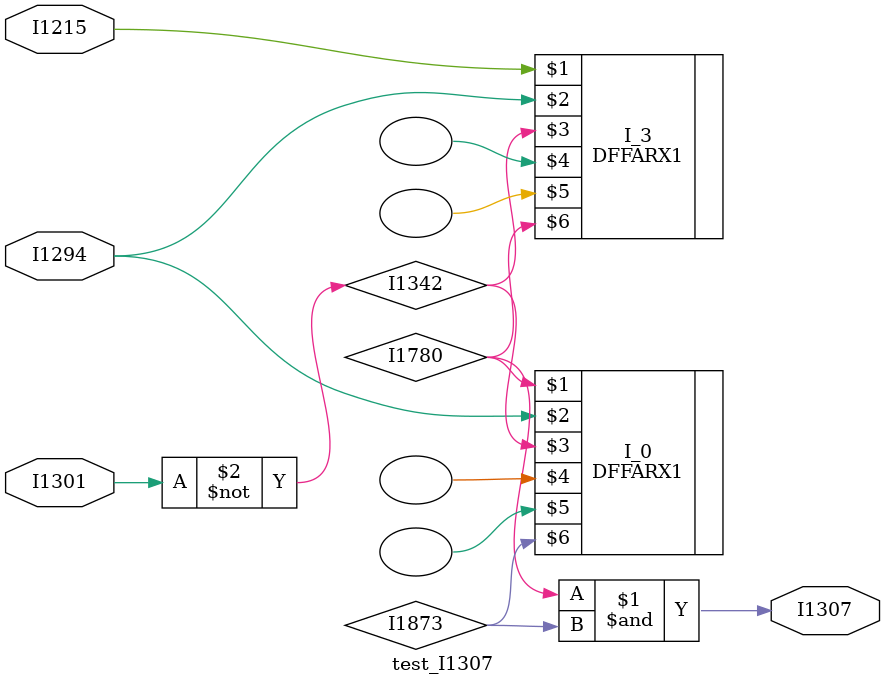
<source format=v>
module test_I1307(I1215,I1294,I1301,I1307);
input I1215,I1294,I1301;
output I1307;
wire I1873,I1342,I1780;
DFFARX1 I_0(I1780,I1294,I1342,,,I1873,);
not I_1(I1342,I1301);
and I_2(I1307,I1780,I1873);
DFFARX1 I_3(I1215,I1294,I1342,,,I1780,);
endmodule



</source>
